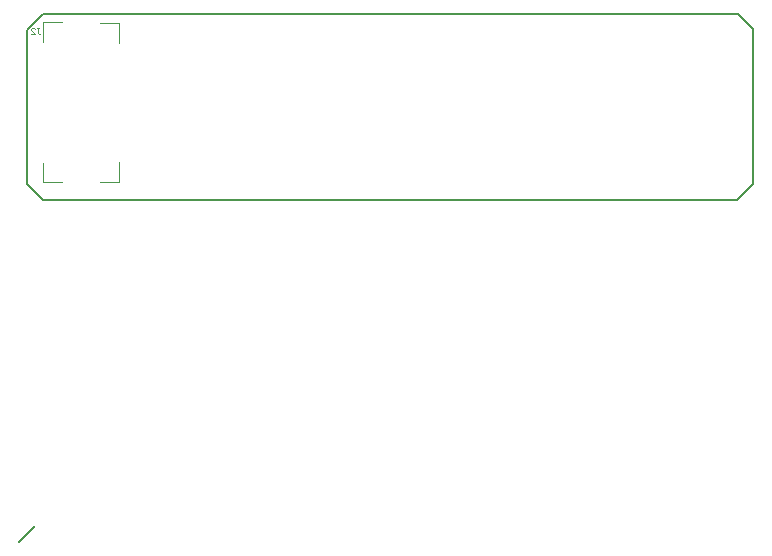
<source format=gbo>
G04 Layer_Color=32896*
%FSLAX25Y25*%
%MOIN*%
G70*
G01*
G75*
%ADD12C,0.00709*%
%ADD16C,0.00394*%
%ADD18C,0.00276*%
D12*
X237300Y62500D02*
X242400Y57400D01*
X400Y5600D02*
Y57200D01*
Y5600D02*
X5600Y400D01*
X237100D01*
X-2100Y-113500D02*
X3000Y-108400D01*
X5700Y62500D02*
X237300D01*
X600Y57300D02*
X5700Y62400D01*
X242400Y5700D02*
Y57400D01*
X237200Y500D02*
X242300Y5600D01*
D16*
X31053Y6372D02*
Y12967D01*
X24754Y6372D02*
X31053D01*
X5780Y6280D02*
X12080D01*
X5780D02*
Y12874D01*
Y59724D02*
X12080D01*
X5780Y53130D02*
Y59724D01*
X24688Y59426D02*
X30987D01*
Y52831D02*
Y59426D01*
D18*
X3688Y57768D02*
X4344D01*
X4016D01*
Y56128D01*
X4344Y55800D01*
X4672D01*
X5000Y56128D01*
X1720Y55800D02*
X3032D01*
X1720Y57112D01*
Y57440D01*
X2048Y57768D01*
X2704D01*
X3032Y57440D01*
M02*

</source>
